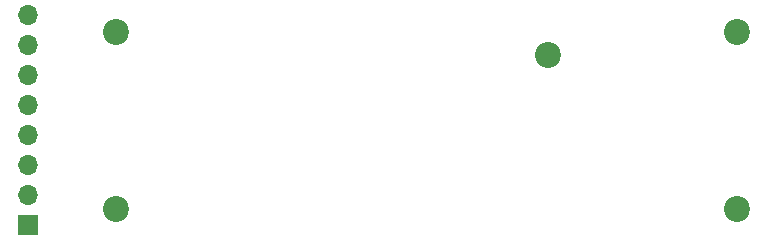
<source format=gbr>
%TF.GenerationSoftware,KiCad,Pcbnew,(6.0.11-0)*%
%TF.CreationDate,2023-03-19T15:11:57+09:00*%
%TF.ProjectId,MB-RL7021-11-M5StickC,4d422d52-4c37-4303-9231-2d31312d4d35,rev?*%
%TF.SameCoordinates,Original*%
%TF.FileFunction,Soldermask,Bot*%
%TF.FilePolarity,Negative*%
%FSLAX46Y46*%
G04 Gerber Fmt 4.6, Leading zero omitted, Abs format (unit mm)*
G04 Created by KiCad (PCBNEW (6.0.11-0)) date 2023-03-19 15:11:57*
%MOMM*%
%LPD*%
G01*
G04 APERTURE LIST*
%ADD10C,2.200000*%
%ADD11R,1.700000X1.700000*%
%ADD12O,1.700000X1.700000*%
G04 APERTURE END LIST*
D10*
%TO.C,H4*%
X180500000Y-109500000D03*
%TD*%
%TO.C,H3*%
X180500000Y-124500000D03*
%TD*%
%TO.C,H2*%
X128000000Y-124500000D03*
%TD*%
%TO.C,H1*%
X128000000Y-109500000D03*
%TD*%
%TO.C,U1*%
X164500000Y-111500000D03*
%TD*%
D11*
%TO.C,J1*%
X120540000Y-125890000D03*
D12*
X120540000Y-123350000D03*
X120540000Y-120810000D03*
X120540000Y-118270000D03*
X120540000Y-115730000D03*
X120540000Y-113190000D03*
X120540000Y-110650000D03*
X120540000Y-108110000D03*
%TD*%
M02*

</source>
